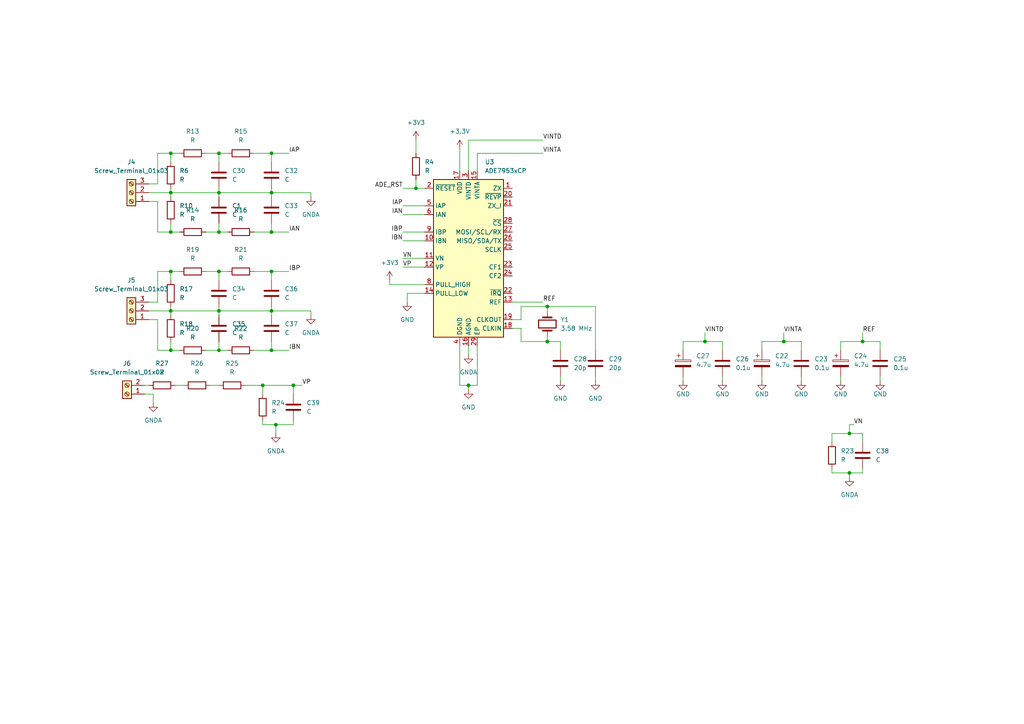
<source format=kicad_sch>
(kicad_sch (version 20230121) (generator eeschema)
  (paper "A4")
  (lib_symbols
    (symbol "Connector:Screw_Terminal_01x02" (pin_names (offset 1.016) hide)
      (property "Reference" "J" (at 0 2.54 0))
      (property "Value" "Screw_Terminal_01x02" (at 0 -5.08 0))
      (symbol "Screw_Terminal_01x02_1_1"
        (rectangle (start -1.27 1.27) (end 1.27 -3.81) (stroke (width 0.254)) (fill (type background)))
        (circle (center 0 -2.54) (radius 0.635) (stroke (width 0.1524)))
        (polyline (pts (xy -0.5334 -2.2098) (xy 0.3302 -3.048)) (stroke (width 0.1524)))
        (polyline (pts (xy -0.5334 0.3302) (xy 0.3302 -0.508)) (stroke (width 0.1524)))
        (polyline (pts (xy -0.3556 -2.032) (xy 0.508 -2.8702)) (stroke (width 0.1524)))
        (polyline (pts (xy -0.3556 0.508) (xy 0.508 -0.3302)) (stroke (width 0.1524)))
        (circle (center 0 0) (radius 0.635) (stroke (width 0.1524)))
        (pin passive line (at -5.08 0 0) (length 3.81) (name "Pin_1") (number "1"))
        (pin passive line (at -5.08 -2.54 0) (length 3.81) (name "Pin_2") (number "2"))
      )
    )
    (symbol "Connector:Screw_Terminal_01x03" (pin_names (offset 1.016) hide)
      (property "Reference" "J" (at 0 5.08 0))
      (property "Value" "Screw_Terminal_01x03" (at 0 -5.08 0))
      (symbol "Screw_Terminal_01x03_1_1"
        (rectangle (start -1.27 3.81) (end 1.27 -3.81) (stroke (width 0.254)) (fill (type background)))
        (circle (center 0 -2.54) (radius 0.635) (stroke (width 0.1524)))
        (polyline (pts (xy -0.5334 -2.2098) (xy 0.3302 -3.048)) (stroke (width 0.1524)))
        (polyline (pts (xy -0.5334 0.3302) (xy 0.3302 -0.508)) (stroke (width 0.1524)))
        (polyline (pts (xy -0.5334 2.8702) (xy 0.3302 2.032)) (stroke (width 0.1524)))
        (polyline (pts (xy -0.3556 -2.032) (xy 0.508 -2.8702)) (stroke (width 0.1524)))
        (polyline (pts (xy -0.3556 0.508) (xy 0.508 -0.3302)) (stroke (width 0.1524)))
        (polyline (pts (xy -0.3556 3.048) (xy 0.508 2.2098)) (stroke (width 0.1524)))
        (circle (center 0 0) (radius 0.635) (stroke (width 0.1524)))
        (circle (center 0 2.54) (radius 0.635) (stroke (width 0.1524)))
        (pin passive line (at -5.08 2.54 0) (length 3.81) (name "Pin_1") (number "1"))
        (pin passive line (at -5.08 0 0) (length 3.81) (name "Pin_2") (number "2"))
        (pin passive line (at -5.08 -2.54 0) (length 3.81) (name "Pin_3") (number "3"))
      )
    )
    (symbol "Device:C" (pin_numbers hide) (pin_names (offset 0.254))
      (property "Reference" "C" (at 0.635 2.54 0))
      (property "Value" "C" (at 0.635 -2.54 0))
      (symbol "C_0_1"
        (polyline (pts (xy -2.032 -0.762) (xy 2.032 -0.762)) (stroke (width 0.508)))
        (polyline (pts (xy -2.032 0.762) (xy 2.032 0.762)) (stroke (width 0.508)))
      )
      (symbol "C_1_1"
        (pin passive line (at 0 3.81 270) (length 2.794) (name "~") (number "1"))
        (pin passive line (at 0 -3.81 90) (length 2.794) (name "~") (number "2"))
      )
    )
    (symbol "Device:C_Polarized" (pin_numbers hide) (pin_names (offset 0.254))
      (property "Reference" "C" (at 0.635 2.54 0))
      (property "Value" "C_Polarized" (at 0.635 -2.54 0))
      (symbol "C_Polarized_0_1"
        (rectangle (start -2.286 0.508) (end 2.286 1.016))
        (polyline (pts (xy -1.778 2.286) (xy -0.762 2.286)))
        (polyline (pts (xy -1.27 2.794) (xy -1.27 1.778)))
        (rectangle (start 2.286 -0.508) (end -2.286 -1.016) (fill (type outline)))
      )
      (symbol "C_Polarized_1_1"
        (pin passive line (at 0 3.81 270) (length 2.794) (name "~") (number "1"))
        (pin passive line (at 0 -3.81 90) (length 2.794) (name "~") (number "2"))
      )
    )
    (symbol "Device:Crystal" (pin_numbers hide) (pin_names (offset 1.016) hide)
      (property "Reference" "Y" (at 0 3.81 0))
      (property "Value" "Crystal" (at 0 -3.81 0))
      (symbol "Crystal_0_1"
        (rectangle (start -1.143 2.54) (end 1.143 -2.54) (stroke (width 0.3048)))
        (polyline (pts (xy -2.54 0) (xy -1.905 0)))
        (polyline (pts (xy -1.905 -1.27) (xy -1.905 1.27)) (stroke (width 0.508)))
        (polyline (pts (xy 1.905 -1.27) (xy 1.905 1.27)) (stroke (width 0.508)))
        (polyline (pts (xy 2.54 0) (xy 1.905 0)))
      )
      (symbol "Crystal_1_1"
        (pin passive line (at -3.81 0 0) (length 1.27) (name "1") (number "1"))
        (pin passive line (at 3.81 0 180) (length 1.27) (name "2") (number "2"))
      )
    )
    (symbol "Device:R" (pin_numbers hide) (pin_names (offset 0))
      (property "Reference" "R" (at 2.032 0 90))
      (property "Value" "R" (at 0 0 90))
      (symbol "R_0_1"
        (rectangle (start -1.016 -2.54) (end 1.016 2.54) (stroke (width 0.254)))
      )
      (symbol "R_1_1"
        (pin passive line (at 0 3.81 270) (length 1.27) (name "~") (number "1"))
        (pin passive line (at 0 -3.81 90) (length 1.27) (name "~") (number "2"))
      )
    )
    (symbol "Sensor:ADE7953xCP"
      (property "Reference" "U" (at -12.7 22.86 0))
      (property "Value" "ADE7953xCP" (at -12.7 25.4 0))
      (symbol "ADE7953xCP_0_1"
        (rectangle (start 10.16 -22.86) (end -10.16 22.86) (stroke (width 0.254)) (fill (type background)))
      )
      (symbol "ADE7953xCP_1_1"
        (pin output line (at 12.7 20.32 180) (length 2.54) (name "ZX") (number "1"))
        (pin input line (at -12.7 5.08 0) (length 2.54) (name "IBN") (number "10"))
        (pin input line (at -12.7 0 0) (length 2.54) (name "VN") (number "11"))
        (pin input line (at -12.7 -2.54 0) (length 2.54) (name "VP") (number "12"))
        (pin input line (at 12.7 -12.7 180) (length 2.54) (name "REF") (number "13"))
        (pin input line (at -12.7 -10.16 0) (length 2.54) (name "PULL_LOW") (number "14"))
        (pin power_out line (at 2.54 25.4 270) (length 2.54) (name "VINTA") (number "15"))
        (pin power_in line (at 0 -25.4 90) (length 2.54) (name "AGND") (number "16"))
        (pin power_in line (at -2.54 25.4 270) (length 2.54) (name "VDD") (number "17"))
        (pin input line (at 12.7 -20.32 180) (length 2.54) (name "CLKIN") (number "18"))
        (pin output line (at 12.7 -17.78 180) (length 2.54) (name "CLKOUT") (number "19"))
        (pin input line (at -12.7 20.32 0) (length 2.54) (name "~{RESET}") (number "2"))
        (pin output line (at 12.7 17.78 180) (length 2.54) (name "~{REVP}") (number "20"))
        (pin output line (at 12.7 15.24 180) (length 2.54) (name "ZX_I") (number "21"))
        (pin open_collector line (at 12.7 -10.16 180) (length 2.54) (name "~{IRQ}") (number "22"))
        (pin output line (at 12.7 -2.54 180) (length 2.54) (name "CF1") (number "23"))
        (pin output line (at 12.7 -5.08 180) (length 2.54) (name "CF2") (number "24"))
        (pin input line (at 12.7 2.54 180) (length 2.54) (name "SCLK") (number "25"))
        (pin bidirectional line (at 12.7 5.08 180) (length 2.54) (name "MISO/SDA/TX") (number "26"))
        (pin input line (at 12.7 7.62 180) (length 2.54) (name "MOSI/SCL/RX") (number "27"))
        (pin input line (at 12.7 10.16 180) (length 2.54) (name "~{CS}") (number "28"))
        (pin passive line (at 2.54 -25.4 90) (length 2.54) (name "EP") (number "29"))
        (pin power_out line (at 0 25.4 270) (length 2.54) (name "VINTD") (number "3"))
        (pin power_in line (at -2.54 -25.4 90) (length 2.54) (name "DGND") (number "4"))
        (pin input line (at -12.7 15.24 0) (length 2.54) (name "IAP") (number "5"))
        (pin input line (at -12.7 12.7 0) (length 2.54) (name "IAN") (number "6"))
        (pin input line (at -12.7 -7.62 0) (length 2.54) hide (name "PULL_HIGH") (number "7"))
        (pin input line (at -12.7 -7.62 0) (length 2.54) (name "PULL_HIGH") (number "8"))
        (pin input line (at -12.7 7.62 0) (length 2.54) (name "IBP") (number "9"))
      )
    )
    (symbol "power:+3.3V" (power) (pin_names (offset 0))
      (property "Value" "+3.3V" (at 0 3.556 0))
      (symbol "+3.3V_0_1"
        (polyline (pts (xy -0.762 1.27) (xy 0 2.54)))
        (polyline (pts (xy 0 0) (xy 0 2.54)))
        (polyline (pts (xy 0 2.54) (xy 0.762 1.27)))
      )
      (symbol "+3.3V_1_1"
        (pin power_in line (at 0 0 90) (length 0) hide (name "+3.3V") (number "1"))
      )
    )
    (symbol "power:+3V3" (power) (pin_names (offset 0))
      (property "Value" "+3V3" (at 0 3.556 0))
      (symbol "+3V3_0_1"
        (polyline (pts (xy -0.762 1.27) (xy 0 2.54)))
        (polyline (pts (xy 0 0) (xy 0 2.54)))
        (polyline (pts (xy 0 2.54) (xy 0.762 1.27)))
      )
      (symbol "+3V3_1_1"
        (pin power_in line (at 0 0 90) (length 0) hide (name "+3V3") (number "1"))
      )
    )
    (symbol "power:GND" (power) (pin_names (offset 0))
      (property "Value" "GND" (at 0 -3.81 0))
      (symbol "GND_0_1"
        (polyline (pts (xy 0 0) (xy 0 -1.27) (xy 1.27 -1.27) (xy 0 -2.54) (xy -1.27 -1.27) (xy 0 -1.27)))
      )
      (symbol "GND_1_1"
        (pin power_in line (at 0 0 270) (length 0) hide (name "GND") (number "1"))
      )
    )
    (symbol "power:GNDA" (power) (pin_names (offset 0))
      (property "Value" "GNDA" (at 0 -3.81 0))
      (symbol "GNDA_0_1"
        (polyline (pts (xy 0 0) (xy 0 -1.27) (xy 1.27 -1.27) (xy 0 -2.54) (xy -1.27 -1.27) (xy 0 -1.27)))
      )
      (symbol "GNDA_1_1"
        (pin power_in line (at 0 0 270) (length 0) hide (name "GNDA") (number "1"))
      )
    )
  )
  (junction (at 158.75 99.06))
  (junction (at 250.19 99.06))
  (junction (at 78.74 78.74))
  (junction (at 49.53 101.6))
  (junction (at 120.65 54.61))
  (junction (at 63.5 101.6))
  (junction (at 63.5 67.31))
  (junction (at 246.38 125.73))
  (junction (at 49.53 67.31))
  (junction (at 63.5 78.74))
  (junction (at 227.33 99.06))
  (junction (at 49.53 78.74))
  (junction (at 49.53 44.45))
  (junction (at 49.53 90.17))
  (junction (at 204.47 99.06))
  (junction (at 49.53 55.88))
  (junction (at 63.5 55.88))
  (junction (at 78.74 44.45))
  (junction (at 78.74 90.17))
  (junction (at 78.74 55.88))
  (junction (at 80.01 123.19))
  (junction (at 63.5 90.17))
  (junction (at 76.2 111.76))
  (junction (at 78.74 67.31))
  (junction (at 63.5 44.45))
  (junction (at 158.75 88.9))
  (junction (at 135.89 111.76))
  (junction (at 78.74 101.6))
  (junction (at 85.09 111.76))
  (junction (at 246.38 137.16))
  (wire (pts (xy 138.43 44.45) (xy 138.43 49.53)))
  (wire (pts (xy 158.75 88.9) (xy 172.72 88.9)))
  (wire (pts (xy 138.43 100.33) (xy 138.43 111.76)))
  (wire (pts (xy 76.2 111.76) (xy 85.09 111.76)))
  (wire (pts (xy 135.89 111.76) (xy 135.89 113.03)))
  (wire (pts (xy 63.5 55.88) (xy 63.5 57.15)))
  (wire (pts (xy 232.41 101.6) (xy 232.41 99.06)))
  (wire (pts (xy 41.91 114.3) (xy 44.45 114.3)))
  (wire (pts (xy 63.5 44.45) (xy 63.5 46.99)))
  (wire (pts (xy 90.17 55.88) (xy 90.17 57.15)))
  (wire (pts (xy 243.84 109.22) (xy 243.84 110.49)))
  (wire (pts (xy 241.3 135.89) (xy 241.3 137.16)))
  (wire (pts (xy 246.38 123.19) (xy 247.65 123.19)))
  (wire (pts (xy 49.53 101.6) (xy 49.53 99.06)))
  (wire (pts (xy 116.84 74.93) (xy 123.19 74.93)))
  (wire (pts (xy 73.66 78.74) (xy 78.74 78.74)))
  (wire (pts (xy 59.69 44.45) (xy 63.5 44.45)))
  (wire (pts (xy 50.8 111.76) (xy 53.34 111.76)))
  (wire (pts (xy 113.03 82.55) (xy 113.03 81.28)))
  (wire (pts (xy 198.12 109.22) (xy 198.12 110.49)))
  (wire (pts (xy 158.75 97.79) (xy 158.75 99.06)))
  (wire (pts (xy 73.66 44.45) (xy 78.74 44.45)))
  (wire (pts (xy 78.74 88.9) (xy 78.74 90.17)))
  (wire (pts (xy 63.5 90.17) (xy 63.5 91.44)))
  (wire (pts (xy 246.38 125.73) (xy 250.19 125.73)))
  (wire (pts (xy 151.13 92.71) (xy 148.59 92.71)))
  (wire (pts (xy 250.19 137.16) (xy 250.19 135.89)))
  (wire (pts (xy 255.27 99.06) (xy 250.19 99.06)))
  (wire (pts (xy 78.74 55.88) (xy 90.17 55.88)))
  (wire (pts (xy 241.3 125.73) (xy 246.38 125.73)))
  (wire (pts (xy 78.74 78.74) (xy 78.74 81.28)))
  (wire (pts (xy 63.5 67.31) (xy 66.04 67.31)))
  (wire (pts (xy 158.75 99.06) (xy 151.13 99.06)))
  (wire (pts (xy 116.84 59.69) (xy 123.19 59.69)))
  (wire (pts (xy 43.18 111.76) (xy 41.91 111.76)))
  (wire (pts (xy 241.3 128.27) (xy 241.3 125.73)))
  (wire (pts (xy 76.2 123.19) (xy 76.2 121.92)))
  (wire (pts (xy 151.13 88.9) (xy 151.13 92.71)))
  (wire (pts (xy 59.69 101.6) (xy 63.5 101.6)))
  (wire (pts (xy 227.33 96.52) (xy 227.33 99.06)))
  (wire (pts (xy 241.3 137.16) (xy 246.38 137.16)))
  (wire (pts (xy 43.18 90.17) (xy 49.53 90.17)))
  (wire (pts (xy 204.47 99.06) (xy 198.12 99.06)))
  (wire (pts (xy 85.09 111.76) (xy 85.09 114.3)))
  (wire (pts (xy 49.53 101.6) (xy 45.72 101.6)))
  (wire (pts (xy 118.11 85.09) (xy 118.11 87.63)))
  (wire (pts (xy 158.75 88.9) (xy 151.13 88.9)))
  (wire (pts (xy 78.74 44.45) (xy 83.82 44.45)))
  (wire (pts (xy 120.65 52.07) (xy 120.65 54.61)))
  (wire (pts (xy 59.69 78.74) (xy 63.5 78.74)))
  (wire (pts (xy 49.53 90.17) (xy 63.5 90.17)))
  (wire (pts (xy 63.5 101.6) (xy 66.04 101.6)))
  (wire (pts (xy 76.2 111.76) (xy 71.12 111.76)))
  (wire (pts (xy 162.56 109.22) (xy 162.56 110.49)))
  (wire (pts (xy 135.89 111.76) (xy 133.35 111.76)))
  (wire (pts (xy 133.35 111.76) (xy 133.35 100.33)))
  (wire (pts (xy 209.55 109.22) (xy 209.55 110.49)))
  (wire (pts (xy 148.59 87.63) (xy 157.48 87.63)))
  (wire (pts (xy 45.72 78.74) (xy 45.72 87.63)))
  (wire (pts (xy 45.72 53.34) (xy 43.18 53.34)))
  (wire (pts (xy 198.12 99.06) (xy 198.12 101.6)))
  (wire (pts (xy 116.84 69.85) (xy 123.19 69.85)))
  (wire (pts (xy 232.41 99.06) (xy 227.33 99.06)))
  (wire (pts (xy 135.89 40.64) (xy 135.89 49.53)))
  (wire (pts (xy 78.74 44.45) (xy 78.74 46.99)))
  (wire (pts (xy 63.5 55.88) (xy 78.74 55.88)))
  (wire (pts (xy 49.53 54.61) (xy 49.53 55.88)))
  (wire (pts (xy 60.96 111.76) (xy 63.5 111.76)))
  (wire (pts (xy 49.53 55.88) (xy 63.5 55.88)))
  (wire (pts (xy 49.53 81.28) (xy 49.53 78.74)))
  (wire (pts (xy 80.01 123.19) (xy 76.2 123.19)))
  (wire (pts (xy 120.65 40.64) (xy 120.65 44.45)))
  (wire (pts (xy 63.5 78.74) (xy 66.04 78.74)))
  (wire (pts (xy 246.38 125.73) (xy 246.38 123.19)))
  (wire (pts (xy 80.01 123.19) (xy 80.01 125.73)))
  (wire (pts (xy 255.27 101.6) (xy 255.27 99.06)))
  (wire (pts (xy 209.55 101.6) (xy 209.55 99.06)))
  (wire (pts (xy 158.75 99.06) (xy 162.56 99.06)))
  (wire (pts (xy 162.56 99.06) (xy 162.56 101.6)))
  (wire (pts (xy 63.5 90.17) (xy 78.74 90.17)))
  (wire (pts (xy 116.84 67.31) (xy 123.19 67.31)))
  (wire (pts (xy 59.69 67.31) (xy 63.5 67.31)))
  (wire (pts (xy 138.43 111.76) (xy 135.89 111.76)))
  (wire (pts (xy 78.74 90.17) (xy 90.17 90.17)))
  (wire (pts (xy 151.13 99.06) (xy 151.13 95.25)))
  (wire (pts (xy 78.74 101.6) (xy 83.82 101.6)))
  (wire (pts (xy 49.53 55.88) (xy 49.53 57.15)))
  (wire (pts (xy 85.09 121.92) (xy 85.09 123.19)))
  (wire (pts (xy 49.53 44.45) (xy 52.07 44.45)))
  (wire (pts (xy 78.74 64.77) (xy 78.74 67.31)))
  (wire (pts (xy 220.98 99.06) (xy 220.98 101.6)))
  (wire (pts (xy 45.72 92.71) (xy 43.18 92.71)))
  (wire (pts (xy 78.74 78.74) (xy 83.82 78.74)))
  (wire (pts (xy 45.72 58.42) (xy 43.18 58.42)))
  (wire (pts (xy 49.53 78.74) (xy 52.07 78.74)))
  (wire (pts (xy 63.5 99.06) (xy 63.5 101.6)))
  (wire (pts (xy 49.53 46.99) (xy 49.53 44.45)))
  (wire (pts (xy 63.5 64.77) (xy 63.5 67.31)))
  (wire (pts (xy 45.72 101.6) (xy 45.72 92.71)))
  (wire (pts (xy 123.19 85.09) (xy 118.11 85.09)))
  (wire (pts (xy 52.07 101.6) (xy 49.53 101.6)))
  (wire (pts (xy 78.74 54.61) (xy 78.74 55.88)))
  (wire (pts (xy 172.72 88.9) (xy 172.72 101.6)))
  (wire (pts (xy 209.55 99.06) (xy 204.47 99.06)))
  (wire (pts (xy 44.45 114.3) (xy 44.45 116.84)))
  (wire (pts (xy 43.18 55.88) (xy 49.53 55.88)))
  (wire (pts (xy 45.72 67.31) (xy 45.72 58.42)))
  (wire (pts (xy 49.53 67.31) (xy 45.72 67.31)))
  (wire (pts (xy 133.35 43.18) (xy 133.35 49.53)))
  (wire (pts (xy 49.53 67.31) (xy 49.53 64.77)))
  (wire (pts (xy 85.09 123.19) (xy 80.01 123.19)))
  (wire (pts (xy 151.13 95.25) (xy 148.59 95.25)))
  (wire (pts (xy 49.53 44.45) (xy 45.72 44.45)))
  (wire (pts (xy 172.72 109.22) (xy 172.72 110.49)))
  (wire (pts (xy 45.72 87.63) (xy 43.18 87.63)))
  (wire (pts (xy 78.74 101.6) (xy 73.66 101.6)))
  (wire (pts (xy 45.72 44.45) (xy 45.72 53.34)))
  (wire (pts (xy 76.2 114.3) (xy 76.2 111.76)))
  (wire (pts (xy 135.89 100.33) (xy 135.89 102.87)))
  (wire (pts (xy 63.5 54.61) (xy 63.5 55.88)))
  (wire (pts (xy 250.19 125.73) (xy 250.19 128.27)))
  (wire (pts (xy 116.84 77.47) (xy 123.19 77.47)))
  (wire (pts (xy 250.19 96.52) (xy 250.19 99.06)))
  (wire (pts (xy 220.98 109.22) (xy 220.98 110.49)))
  (wire (pts (xy 250.19 99.06) (xy 243.84 99.06)))
  (wire (pts (xy 158.75 88.9) (xy 158.75 90.17)))
  (wire (pts (xy 63.5 78.74) (xy 63.5 81.28)))
  (wire (pts (xy 78.74 67.31) (xy 83.82 67.31)))
  (wire (pts (xy 78.74 55.88) (xy 78.74 57.15)))
  (wire (pts (xy 113.03 82.55) (xy 123.19 82.55)))
  (wire (pts (xy 232.41 109.22) (xy 232.41 110.49)))
  (wire (pts (xy 78.74 90.17) (xy 78.74 91.44)))
  (wire (pts (xy 85.09 111.76) (xy 87.63 111.76)))
  (wire (pts (xy 63.5 44.45) (xy 66.04 44.45)))
  (wire (pts (xy 243.84 99.06) (xy 243.84 101.6)))
  (wire (pts (xy 52.07 67.31) (xy 49.53 67.31)))
  (wire (pts (xy 49.53 78.74) (xy 45.72 78.74)))
  (wire (pts (xy 116.84 54.61) (xy 120.65 54.61)))
  (wire (pts (xy 227.33 99.06) (xy 220.98 99.06)))
  (wire (pts (xy 78.74 67.31) (xy 73.66 67.31)))
  (wire (pts (xy 49.53 88.9) (xy 49.53 90.17)))
  (wire (pts (xy 246.38 137.16) (xy 250.19 137.16)))
  (wire (pts (xy 204.47 96.52) (xy 204.47 99.06)))
  (wire (pts (xy 49.53 90.17) (xy 49.53 91.44)))
  (wire (pts (xy 157.48 40.64) (xy 135.89 40.64)))
  (wire (pts (xy 246.38 137.16) (xy 246.38 138.43)))
  (wire (pts (xy 157.48 44.45) (xy 138.43 44.45)))
  (wire (pts (xy 78.74 99.06) (xy 78.74 101.6)))
  (wire (pts (xy 255.27 109.22) (xy 255.27 110.49)))
  (wire (pts (xy 116.84 62.23) (xy 123.19 62.23)))
  (wire (pts (xy 90.17 90.17) (xy 90.17 91.44)))
  (wire (pts (xy 63.5 88.9) (xy 63.5 90.17)))
  (wire (pts (xy 120.65 54.61) (xy 123.19 54.61)))
  (label "IAP" (at 116.84 59.69 180))
  (label "VN" (at 116.84 74.93 0))
  (label "IAN" (at 83.82 67.31 0))
  (label "REF" (at 157.48 87.63 0))
  (label "IBN" (at 83.82 101.6 0))
  (label "REF" (at 250.19 96.52 0))
  (label "IBP" (at 116.84 67.31 180))
  (label "IAN" (at 116.84 62.23 180))
  (label "VINTA" (at 227.33 96.52 0))
  (label "VINTD" (at 157.48 40.64 0))
  (label "VINTA" (at 157.48 44.45 0))
  (label "IBP" (at 83.82 78.74 0))
  (label "IBN" (at 116.84 69.85 180))
  (label "ADE_RST" (at 116.84 54.61 180))
  (label "IAP" (at 83.82 44.45 0))
  (label "VP" (at 116.84 77.47 0))
  (label "VP" (at 87.63 111.76 0))
  (label "VN" (at 247.65 123.19 0))
  (label "VINTD" (at 204.47 96.52 0))
  (symbol (lib_id "Device:R") (at 76.2 118.11 0) (unit 1)
    (property "Reference" "R24" (at 78.74 116.84 0) (effects (justify left)))
    (property "Value" "R" (at 78.74 119.38 0) (effects (justify left)))
  )
  (symbol (lib_id "Device:Crystal") (at 158.75 93.98 270) (unit 1)
    (property "Reference" "Y1" (at 162.56 92.71 90) (effects (justify left)))
    (property "Value" "3.58 MHz" (at 162.56 95.25 90) (effects (justify left)))
  )
  (symbol (lib_id "Device:C") (at 63.5 95.25 0) (unit 1)
    (property "Reference" "C35" (at 67.31 93.98 0) (effects (justify left)))
    (property "Value" "C" (at 67.31 96.52 0) (effects (justify left)))
  )
  (symbol (lib_id "Device:R") (at 69.85 101.6 270) (unit 1)
    (property "Reference" "R22" (at 69.85 95.25 90))
    (property "Value" "R" (at 69.85 97.79 90))
  )
  (symbol (lib_id "power:GNDA") (at 44.45 116.84 0) (unit 1)
    (property "Reference" "#PWR051" (effects hide))
    (property "Value" "GNDA" (at 44.45 121.92 0))
  )
  (symbol (lib_id "Device:C_Polarized") (at 198.12 105.41 0) (unit 1)
    (property "Reference" "C27" (at 201.93 103.251 0) (effects (justify left)))
    (property "Value" "4.7u" (at 201.93 105.791 0) (effects (justify left)))
  )
  (symbol (lib_id "power:GND") (at 162.56 110.49 0) (unit 1)
    (property "Reference" "#PWR030" (effects hide))
    (property "Value" "GND" (at 162.56 115.57 0))
  )
  (symbol (lib_id "Device:C_Polarized") (at 220.98 105.41 0) (unit 1)
    (property "Reference" "C22" (at 224.79 103.251 0) (effects (justify left)))
    (property "Value" "4.7u" (at 224.79 105.791 0) (effects (justify left)))
  )
  (symbol (lib_id "Device:R") (at 69.85 44.45 270) (unit 1)
    (property "Reference" "R15" (at 69.85 38.1 90))
    (property "Value" "R" (at 69.85 40.64 90))
  )
  (symbol (lib_id "Connector:Screw_Terminal_01x02") (at 36.83 114.3 180) (unit 1)
    (property "Reference" "J6" (at 36.83 105.41 0))
    (property "Value" "Screw_Terminal_01x02" (at 36.83 107.95 0))
  )
  (symbol (lib_id "Device:C") (at 232.41 105.41 0) (unit 1)
    (property "Reference" "C23" (at 236.22 104.14 0) (effects (justify left)))
    (property "Value" "0.1u" (at 236.22 106.68 0) (effects (justify left)))
  )
  (symbol (lib_id "Device:R") (at 49.53 85.09 0) (unit 1)
    (property "Reference" "R17" (at 52.07 83.82 0) (effects (justify left)))
    (property "Value" "R" (at 52.07 86.36 0) (effects (justify left)))
  )
  (symbol (lib_id "Device:R") (at 67.31 111.76 90) (unit 1)
    (property "Reference" "R25" (at 67.31 105.41 90))
    (property "Value" "R" (at 67.31 107.95 90))
  )
  (symbol (lib_id "Device:R") (at 55.88 101.6 270) (unit 1)
    (property "Reference" "R20" (at 55.88 95.25 90))
    (property "Value" "R" (at 55.88 97.79 90))
  )
  (symbol (lib_id "Device:R") (at 120.65 48.26 0) (unit 1)
    (property "Reference" "R4" (at 123.19 46.99 0) (effects (justify left)))
    (property "Value" "R" (at 123.19 49.53 0) (effects (justify left)))
  )
  (symbol (lib_id "power:GNDA") (at 80.01 125.73 0) (unit 1)
    (property "Reference" "#PWR049" (effects hide))
    (property "Value" "GNDA" (at 80.01 130.81 0))
  )
  (symbol (lib_id "Device:C") (at 78.74 50.8 0) (unit 1)
    (property "Reference" "C32" (at 82.55 49.53 0) (effects (justify left)))
    (property "Value" "C" (at 82.55 52.07 0) (effects (justify left)))
  )
  (symbol (lib_id "Device:R") (at 57.15 111.76 90) (unit 1)
    (property "Reference" "R26" (at 57.15 105.41 90))
    (property "Value" "R" (at 57.15 107.95 90))
  )
  (symbol (lib_id "Device:C") (at 78.74 95.25 0) (unit 1)
    (property "Reference" "C37" (at 82.55 93.98 0) (effects (justify left)))
    (property "Value" "C" (at 82.55 96.52 0) (effects (justify left)))
  )
  (symbol (lib_id "Device:R") (at 46.99 111.76 90) (unit 1)
    (property "Reference" "R27" (at 46.99 105.41 90))
    (property "Value" "R" (at 46.99 107.95 90))
  )
  (symbol (lib_id "power:GND") (at 243.84 110.49 0) (unit 1)
    (property "Reference" "#PWR020" (effects hide))
    (property "Value" "GND" (at 243.84 114.3 0))
  )
  (symbol (lib_id "power:GND") (at 220.98 110.49 0) (unit 1)
    (property "Reference" "#PWR018" (effects hide))
    (property "Value" "GND" (at 220.98 114.3 0))
  )
  (symbol (lib_id "Device:C") (at 162.56 105.41 0) (unit 1)
    (property "Reference" "C28" (at 166.37 104.14 0) (effects (justify left)))
    (property "Value" "20p" (at 166.37 106.68 0) (effects (justify left)))
  )
  (symbol (lib_id "Device:R") (at 55.88 78.74 270) (unit 1)
    (property "Reference" "R19" (at 55.88 72.39 90))
    (property "Value" "R" (at 55.88 74.93 90))
  )
  (symbol (lib_id "Device:R") (at 69.85 78.74 270) (unit 1)
    (property "Reference" "R21" (at 69.85 72.39 90))
    (property "Value" "R" (at 69.85 74.93 90))
  )
  (symbol (lib_id "Connector:Screw_Terminal_01x03") (at 38.1 90.17 180) (unit 1)
    (property "Reference" "J5" (at 38.1 81.28 0))
    (property "Value" "Screw_Terminal_01x03" (at 38.1 83.82 0))
  )
  (symbol (lib_id "Device:C") (at 172.72 105.41 0) (unit 1)
    (property "Reference" "C29" (at 176.53 104.14 0) (effects (justify left)))
    (property "Value" "20p" (at 176.53 106.68 0) (effects (justify left)))
  )
  (symbol (lib_id "Device:C_Polarized") (at 243.84 105.41 0) (unit 1)
    (property "Reference" "C24" (at 247.65 103.251 0) (effects (justify left)))
    (property "Value" "4.7u" (at 247.65 105.791 0) (effects (justify left)))
  )
  (symbol (lib_id "power:GND") (at 209.55 110.49 0) (unit 1)
    (property "Reference" "#PWR023" (effects hide))
    (property "Value" "GND" (at 209.55 114.3 0))
  )
  (symbol (lib_id "power:+3V3") (at 120.65 40.64 0) (unit 1)
    (property "Reference" "#PWR07" (effects hide))
    (property "Value" "+3V3" (at 120.65 35.56 0))
  )
  (symbol (lib_id "Device:C") (at 250.19 132.08 0) (unit 1)
    (property "Reference" "C38" (at 254 130.81 0) (effects (justify left)))
    (property "Value" "C" (at 254 133.35 0) (effects (justify left)))
  )
  (symbol (lib_id "Connector:Screw_Terminal_01x03") (at 38.1 55.88 180) (unit 1)
    (property "Reference" "J4" (at 38.1 46.99 0))
    (property "Value" "Screw_Terminal_01x03" (at 38.1 49.53 0))
  )
  (symbol (lib_id "Device:C") (at 209.55 105.41 0) (unit 1)
    (property "Reference" "C26" (at 213.36 104.14 0) (effects (justify left)))
    (property "Value" "0.1u" (at 213.36 106.68 0) (effects (justify left)))
  )
  (symbol (lib_id "Device:C") (at 85.09 118.11 0) (unit 1)
    (property "Reference" "C39" (at 88.9 116.84 0) (effects (justify left)))
    (property "Value" "C" (at 88.9 119.38 0) (effects (justify left)))
  )
  (symbol (lib_id "power:+3V3") (at 113.03 81.28 0) (unit 1)
    (property "Reference" "#PWR06" (effects hide))
    (property "Value" "+3V3" (at 113.03 76.2 0))
  )
  (symbol (lib_id "power:GNDA") (at 135.89 102.87 0) (unit 1)
    (property "Reference" "#PWR022" (effects hide))
    (property "Value" "GNDA" (at 135.89 107.95 0))
  )
  (symbol (lib_id "power:GND") (at 118.11 87.63 0) (unit 1)
    (property "Reference" "#PWR02" (effects hide))
    (property "Value" "GND" (at 118.11 92.71 0))
  )
  (symbol (lib_id "Device:C") (at 78.74 85.09 0) (unit 1)
    (property "Reference" "C36" (at 82.55 83.82 0) (effects (justify left)))
    (property "Value" "C" (at 82.55 86.36 0) (effects (justify left)))
  )
  (symbol (lib_id "Device:R") (at 49.53 60.96 180) (unit 1)
    (property "Reference" "R10" (at 52.07 59.69 0) (effects (justify right)))
    (property "Value" "R" (at 52.07 62.23 0) (effects (justify right)))
  )
  (symbol (lib_id "Device:C") (at 63.5 60.96 0) (unit 1)
    (property "Reference" "C1" (at 67.31 59.69 0) (effects (justify left)))
    (property "Value" "C" (at 67.31 62.23 0) (effects (justify left)))
  )
  (symbol (lib_id "Device:C") (at 255.27 105.41 0) (unit 1)
    (property "Reference" "C25" (at 259.08 104.14 0) (effects (justify left)))
    (property "Value" "0.1u" (at 259.08 106.68 0) (effects (justify left)))
  )
  (symbol (lib_id "power:GND") (at 172.72 110.49 0) (unit 1)
    (property "Reference" "#PWR043" (effects hide))
    (property "Value" "GND" (at 172.72 115.57 0))
  )
  (symbol (lib_id "power:+3.3V") (at 133.35 43.18 0) (unit 1)
    (property "Reference" "#PWR012" (effects hide))
    (property "Value" "+3.3V" (at 133.35 38.1 0))
  )
  (symbol (lib_id "Device:R") (at 55.88 67.31 270) (unit 1)
    (property "Reference" "R14" (at 55.88 60.96 90))
    (property "Value" "R" (at 55.88 63.5 90))
  )
  (symbol (lib_id "Device:R") (at 69.85 67.31 270) (unit 1)
    (property "Reference" "R16" (at 69.85 60.96 90))
    (property "Value" "R" (at 69.85 63.5 90))
  )
  (symbol (lib_id "Device:C") (at 63.5 85.09 0) (unit 1)
    (property "Reference" "C34" (at 67.31 83.82 0) (effects (justify left)))
    (property "Value" "C" (at 67.31 86.36 0) (effects (justify left)))
  )
  (symbol (lib_id "power:GND") (at 232.41 110.49 0) (unit 1)
    (property "Reference" "#PWR026" (effects hide))
    (property "Value" "GND" (at 232.41 114.3 0))
  )
  (symbol (lib_id "power:GND") (at 135.89 113.03 0) (unit 1)
    (property "Reference" "#PWR052" (effects hide))
    (property "Value" "GND" (at 135.89 118.11 0))
  )
  (symbol (lib_id "Device:R") (at 241.3 132.08 0) (unit 1)
    (property "Reference" "R23" (at 243.84 130.81 0) (effects (justify left)))
    (property "Value" "R" (at 243.84 133.35 0) (effects (justify left)))
  )
  (symbol (lib_id "power:GNDA") (at 90.17 91.44 0) (unit 1)
    (property "Reference" "#PWR054" (effects hide))
    (property "Value" "GNDA" (at 90.17 96.52 0))
  )
  (symbol (lib_id "power:GNDA") (at 90.17 57.15 0) (unit 1)
    (property "Reference" "#PWR053" (effects hide))
    (property "Value" "GNDA" (at 90.17 62.23 0))
  )
  (symbol (lib_id "power:GNDA") (at 246.38 138.43 0) (unit 1)
    (property "Reference" "#PWR050" (effects hide))
    (property "Value" "GNDA" (at 246.38 143.51 0))
  )
  (symbol (lib_id "power:GND") (at 255.27 110.49 0) (unit 1)
    (property "Reference" "#PWR027" (effects hide))
    (property "Value" "GND" (at 255.27 114.3 0))
  )
  (symbol (lib_id "Device:R") (at 49.53 95.25 180) (unit 1)
    (property "Reference" "R18" (at 52.07 93.98 0) (effects (justify right)))
    (property "Value" "R" (at 52.07 96.52 0) (effects (justify right)))
  )
  (symbol (lib_id "Sensor:ADE7953xCP") (at 135.89 74.93 0) (unit 1)
    (property "Reference" "U3" (at 140.6241 46.99 0) (effects (justify left)))
    (property "Value" "ADE7953xCP" (at 140.6241 49.53 0) (effects (justify left)))
    (property "Footprint" "Package_CSP:LFCSP-28-1EP_5x5mm_P0.5mm_EP3.14x3.14mm" (effects hide))
    (property "Datasheet" "https://www.analog.com/media/en/technical-documentation/data-sheets/ADE7953.pdf" (effects hide))
  )
  (symbol (lib_id "Device:R") (at 55.88 44.45 270) (unit 1)
    (property "Reference" "R13" (at 55.88 38.1 90))
    (property "Value" "R" (at 55.88 40.64 90))
  )
  (symbol (lib_id "power:GND") (at 198.12 110.49 0) (unit 1)
    (property "Reference" "#PWR015" (effects hide))
    (property "Value" "GND" (at 198.12 114.3 0))
  )
  (symbol (lib_id "Device:C") (at 63.5 50.8 0) (unit 1)
    (property "Reference" "C30" (at 67.31 49.53 0) (effects (justify left)))
    (property "Value" "C" (at 67.31 52.07 0) (effects (justify left)))
  )
  (symbol (lib_id "Device:C") (at 78.74 60.96 0) (unit 1)
    (property "Reference" "C33" (at 82.55 59.69 0) (effects (justify left)))
    (property "Value" "C" (at 82.55 62.23 0) (effects (justify left)))
  )
  (symbol (lib_id "Device:R") (at 49.53 50.8 0) (unit 1)
    (property "Reference" "R6" (at 52.07 49.53 0) (effects (justify left)))
    (property "Value" "R" (at 52.07 52.07 0) (effects (justify left)))
  )
)
</source>
